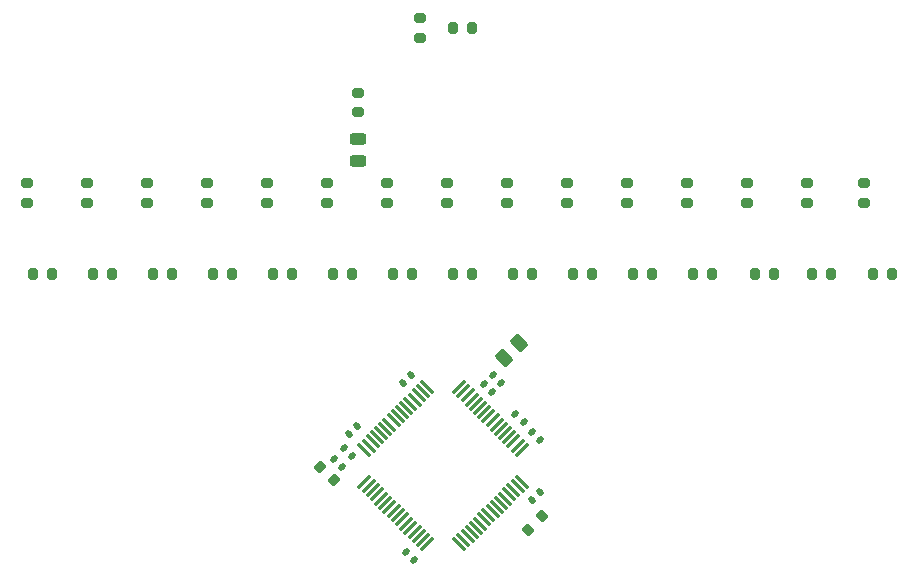
<source format=gbr>
%TF.GenerationSoftware,KiCad,Pcbnew,7.0.9*%
%TF.CreationDate,2024-12-10T16:14:57+09:00*%
%TF.ProjectId,02-LINE,30322d4c-494e-4452-9e6b-696361645f70,rev?*%
%TF.SameCoordinates,Original*%
%TF.FileFunction,Paste,Top*%
%TF.FilePolarity,Positive*%
%FSLAX46Y46*%
G04 Gerber Fmt 4.6, Leading zero omitted, Abs format (unit mm)*
G04 Created by KiCad (PCBNEW 7.0.9) date 2024-12-10 16:14:57*
%MOMM*%
%LPD*%
G01*
G04 APERTURE LIST*
G04 Aperture macros list*
%AMRoundRect*
0 Rectangle with rounded corners*
0 $1 Rounding radius*
0 $2 $3 $4 $5 $6 $7 $8 $9 X,Y pos of 4 corners*
0 Add a 4 corners polygon primitive as box body*
4,1,4,$2,$3,$4,$5,$6,$7,$8,$9,$2,$3,0*
0 Add four circle primitives for the rounded corners*
1,1,$1+$1,$2,$3*
1,1,$1+$1,$4,$5*
1,1,$1+$1,$6,$7*
1,1,$1+$1,$8,$9*
0 Add four rect primitives between the rounded corners*
20,1,$1+$1,$2,$3,$4,$5,0*
20,1,$1+$1,$4,$5,$6,$7,0*
20,1,$1+$1,$6,$7,$8,$9,0*
20,1,$1+$1,$8,$9,$2,$3,0*%
G04 Aperture macros list end*
%ADD10RoundRect,0.200000X0.275000X-0.200000X0.275000X0.200000X-0.275000X0.200000X-0.275000X-0.200000X0*%
%ADD11RoundRect,0.140000X0.021213X-0.219203X0.219203X-0.021213X-0.021213X0.219203X-0.219203X0.021213X0*%
%ADD12RoundRect,0.250000X-0.132583X0.503814X-0.503814X0.132583X0.132583X-0.503814X0.503814X-0.132583X0*%
%ADD13RoundRect,0.140000X-0.219203X-0.021213X-0.021213X-0.219203X0.219203X0.021213X0.021213X0.219203X0*%
%ADD14RoundRect,0.200000X0.200000X0.275000X-0.200000X0.275000X-0.200000X-0.275000X0.200000X-0.275000X0*%
%ADD15RoundRect,0.200000X-0.275000X0.200000X-0.275000X-0.200000X0.275000X-0.200000X0.275000X0.200000X0*%
%ADD16RoundRect,0.075000X0.441942X0.548008X-0.548008X-0.441942X-0.441942X-0.548008X0.548008X0.441942X0*%
%ADD17RoundRect,0.075000X-0.441942X0.548008X-0.548008X0.441942X0.441942X-0.548008X0.548008X-0.441942X0*%
%ADD18RoundRect,0.140000X0.219203X0.021213X0.021213X0.219203X-0.219203X-0.021213X-0.021213X-0.219203X0*%
%ADD19RoundRect,0.200000X0.053033X-0.335876X0.335876X-0.053033X-0.053033X0.335876X-0.335876X0.053033X0*%
%ADD20RoundRect,0.243750X-0.456250X0.243750X-0.456250X-0.243750X0.456250X-0.243750X0.456250X0.243750X0*%
%ADD21RoundRect,0.200000X0.335876X0.053033X0.053033X0.335876X-0.335876X-0.053033X-0.053033X-0.335876X0*%
%ADD22RoundRect,0.140000X-0.021213X0.219203X-0.219203X0.021213X0.021213X-0.219203X0.219203X-0.021213X0*%
G04 APERTURE END LIST*
D10*
%TO.C,R15*%
X148590000Y-107505000D03*
X148590000Y-105855000D03*
%TD*%
D11*
%TO.C,C8*%
X155755214Y-132655730D03*
X156434036Y-131976908D03*
%TD*%
D12*
%TO.C,FB1*%
X154645235Y-119354765D03*
X153354765Y-120645235D03*
%TD*%
D13*
%TO.C,C3*%
X155755214Y-126896908D03*
X156434036Y-127575730D03*
%TD*%
D14*
%TO.C,R21*%
X181102000Y-113538000D03*
X179452000Y-113538000D03*
%TD*%
%TO.C,R17*%
X160845000Y-113538000D03*
X159195000Y-113538000D03*
%TD*%
D10*
%TO.C,R25*%
X138430000Y-107505000D03*
X138430000Y-105855000D03*
%TD*%
D15*
%TO.C,R31*%
X146304000Y-91885000D03*
X146304000Y-93535000D03*
%TD*%
D16*
%TO.C,U1*%
X154885106Y-128396532D03*
X154531553Y-128042979D03*
X154178000Y-127689426D03*
X153824446Y-127335872D03*
X153470893Y-126982319D03*
X153117339Y-126628765D03*
X152763786Y-126275212D03*
X152410233Y-125921659D03*
X152056679Y-125568105D03*
X151703126Y-125214552D03*
X151349573Y-124860999D03*
X150996019Y-124507445D03*
X150642466Y-124153892D03*
X150288912Y-123800338D03*
X149935359Y-123446785D03*
X149581806Y-123093232D03*
D17*
X146859444Y-123093232D03*
X146505891Y-123446785D03*
X146152338Y-123800338D03*
X145798784Y-124153892D03*
X145445231Y-124507445D03*
X145091677Y-124860999D03*
X144738124Y-125214552D03*
X144384571Y-125568105D03*
X144031017Y-125921659D03*
X143677464Y-126275212D03*
X143323911Y-126628765D03*
X142970357Y-126982319D03*
X142616804Y-127335872D03*
X142263250Y-127689426D03*
X141909697Y-128042979D03*
X141556144Y-128396532D03*
D16*
X141556144Y-131118894D03*
X141909697Y-131472447D03*
X142263250Y-131826000D03*
X142616804Y-132179554D03*
X142970357Y-132533107D03*
X143323911Y-132886661D03*
X143677464Y-133240214D03*
X144031017Y-133593767D03*
X144384571Y-133947321D03*
X144738124Y-134300874D03*
X145091677Y-134654427D03*
X145445231Y-135007981D03*
X145798784Y-135361534D03*
X146152338Y-135715088D03*
X146505891Y-136068641D03*
X146859444Y-136422194D03*
D17*
X149581806Y-136422194D03*
X149935359Y-136068641D03*
X150288912Y-135715088D03*
X150642466Y-135361534D03*
X150996019Y-135007981D03*
X151349573Y-134654427D03*
X151703126Y-134300874D03*
X152056679Y-133947321D03*
X152410233Y-133593767D03*
X152763786Y-133240214D03*
X153117339Y-132886661D03*
X153470893Y-132533107D03*
X153824446Y-132179554D03*
X154178000Y-131826000D03*
X154531553Y-131472447D03*
X154885106Y-131118894D03*
%TD*%
D14*
%TO.C,R36*%
X125285000Y-113538000D03*
X123635000Y-113538000D03*
%TD*%
D18*
%TO.C,C10*%
X153132036Y-122749730D03*
X152453214Y-122070908D03*
%TD*%
D14*
%TO.C,R37*%
X120205000Y-113538000D03*
X118555000Y-113538000D03*
%TD*%
%TO.C,R20*%
X176276000Y-113538000D03*
X174626000Y-113538000D03*
%TD*%
D10*
%TO.C,R11*%
X168910000Y-107505000D03*
X168910000Y-105855000D03*
%TD*%
D18*
%TO.C,C1*%
X155025411Y-126069411D03*
X154346589Y-125390589D03*
%TD*%
D14*
%TO.C,R19*%
X171005000Y-113538000D03*
X169355000Y-113538000D03*
%TD*%
D10*
%TO.C,R10*%
X163830000Y-107505000D03*
X163830000Y-105855000D03*
%TD*%
D14*
%TO.C,R32*%
X145605000Y-113538000D03*
X143955000Y-113538000D03*
%TD*%
D10*
%TO.C,R14*%
X183896000Y-107505000D03*
X183896000Y-105855000D03*
%TD*%
D18*
%TO.C,C9*%
X152370036Y-123511730D03*
X151691214Y-122832908D03*
%TD*%
D10*
%TO.C,R29*%
X118110000Y-107505000D03*
X118110000Y-105855000D03*
%TD*%
D18*
%TO.C,C7*%
X139670036Y-129861730D03*
X138991214Y-129182908D03*
%TD*%
D10*
%TO.C,R12*%
X173990000Y-107505000D03*
X173990000Y-105855000D03*
%TD*%
D13*
%TO.C,C5*%
X139838625Y-128252319D03*
X140517447Y-128931141D03*
%TD*%
D15*
%TO.C,R3*%
X141000000Y-98175000D03*
X141000000Y-99825000D03*
%TD*%
D14*
%TO.C,R33*%
X140525000Y-113538000D03*
X138875000Y-113538000D03*
%TD*%
%TO.C,R38*%
X115125000Y-113538000D03*
X113475000Y-113538000D03*
%TD*%
D19*
%TO.C,R1*%
X155416637Y-135185682D03*
X156583363Y-134018956D03*
%TD*%
D14*
%TO.C,R22*%
X186245000Y-113538000D03*
X184595000Y-113538000D03*
%TD*%
D13*
%TO.C,C6*%
X145087214Y-137056908D03*
X145766036Y-137735730D03*
%TD*%
D14*
%TO.C,R16*%
X155765000Y-113538000D03*
X154115000Y-113538000D03*
%TD*%
D10*
%TO.C,R8*%
X153670000Y-107505000D03*
X153670000Y-105855000D03*
%TD*%
D14*
%TO.C,R39*%
X150685000Y-92710000D03*
X149035000Y-92710000D03*
%TD*%
D20*
%TO.C,D1*%
X141000000Y-102062500D03*
X141000000Y-103937500D03*
%TD*%
D10*
%TO.C,R26*%
X133350000Y-107505000D03*
X133350000Y-105855000D03*
%TD*%
D14*
%TO.C,R23*%
X150685000Y-113538000D03*
X149035000Y-113538000D03*
%TD*%
D10*
%TO.C,R9*%
X158750000Y-107505000D03*
X158750000Y-105855000D03*
%TD*%
%TO.C,R30*%
X113030000Y-107505000D03*
X113030000Y-105855000D03*
%TD*%
D21*
%TO.C,R2*%
X139000000Y-131000000D03*
X137833274Y-129833274D03*
%TD*%
D14*
%TO.C,R34*%
X135445000Y-113538000D03*
X133795000Y-113538000D03*
%TD*%
D10*
%TO.C,R27*%
X128270000Y-107505000D03*
X128270000Y-105855000D03*
%TD*%
D14*
%TO.C,R18*%
X165925000Y-113538000D03*
X164275000Y-113538000D03*
%TD*%
D10*
%TO.C,R28*%
X123190000Y-107505000D03*
X123190000Y-105855000D03*
%TD*%
D14*
%TO.C,R35*%
X130365000Y-113538000D03*
X128715000Y-113538000D03*
%TD*%
D22*
%TO.C,C4*%
X145512036Y-122070908D03*
X144833214Y-122749730D03*
%TD*%
D10*
%TO.C,R13*%
X179070000Y-107505000D03*
X179070000Y-105855000D03*
%TD*%
%TO.C,R24*%
X143510000Y-107505000D03*
X143510000Y-105855000D03*
%TD*%
D22*
%TO.C,C2*%
X140940036Y-126388908D03*
X140261214Y-127067730D03*
%TD*%
M02*

</source>
